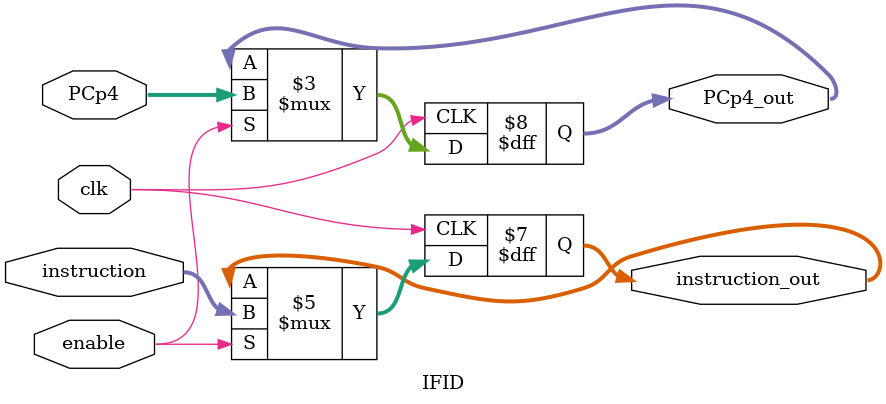
<source format=v>
`timescale 1ns / 1ps
module IFID( clk, instruction, enable, PCp4, instruction_out, PCp4_out);
    
    input clk;
    input [31:0] instruction;
    input [31:0] PCp4;
    input enable;
    output reg [31:0] instruction_out;
    output reg [31:0] PCp4_out;
    
    initial begin
        instruction_out <= 32'b0;
        PCp4_out <= 32'b0;
    end
    
    always @(posedge clk) begin
        if (enable) begin
            instruction_out <= instruction;
            PCp4_out <= PCp4;
        end
    end
endmodule

</source>
